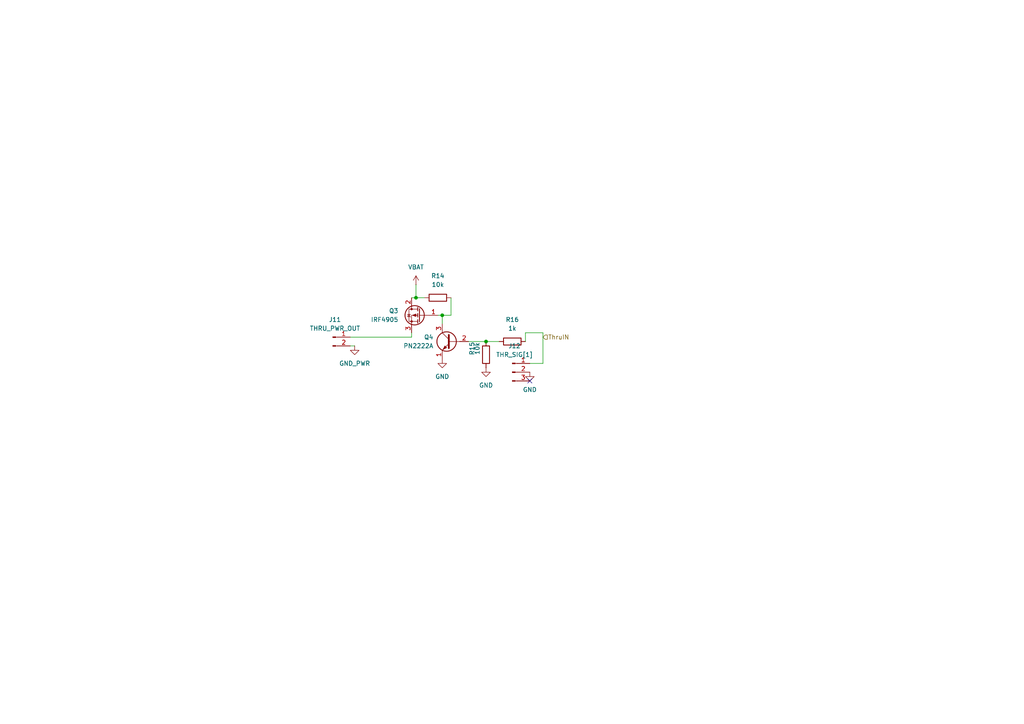
<source format=kicad_sch>
(kicad_sch (version 20250114) (generator "eeschema") (generator_version "9.0")
  (paper "A4")
  (lib_symbols
    (symbol "Connector:Conn_01x02_Pin" (pin_names (offset 1.016) (hide yes))
      (property "Reference" "J" (at 0 2.54 0))
      (property "Value" "Conn_01x02_Pin" (at 0 -5.08 0))
      (symbol "Conn_01x02_Pin_1_1"
        (rectangle (start 0.8636 0.127) (end 0 -0.127) (stroke (width 0.1524)) (fill (type outline)))
        (rectangle (start 0.8636 -2.413) (end 0 -2.667) (stroke (width 0.1524)) (fill (type outline)))
        (polyline (pts (xy 1.27 0) (xy 0.8636 0)) (stroke (width 0.1524)))
        (polyline (pts (xy 1.27 -2.54) (xy 0.8636 -2.54)) (stroke (width 0.1524)))
        (pin passive line (at 5.08 0 180) (length 3.81) (name "Pin_1") (number "1"))
        (pin passive line (at 5.08 -2.54 180) (length 3.81) (name "Pin_2") (number "2"))
      )
    )
    (symbol "Connector:Conn_01x03_Pin" (pin_names (offset 1.016) (hide yes))
      (property "Reference" "J" (at 0 5.08 0))
      (property "Value" "Conn_01x03_Pin" (at 0 -5.08 0))
      (symbol "Conn_01x03_Pin_1_1"
        (rectangle (start 0.8636 2.667) (end 0 2.413) (stroke (width 0.1524)) (fill (type outline)))
        (rectangle (start 0.8636 0.127) (end 0 -0.127) (stroke (width 0.1524)) (fill (type outline)))
        (rectangle (start 0.8636 -2.413) (end 0 -2.667) (stroke (width 0.1524)) (fill (type outline)))
        (polyline (pts (xy 1.27 2.54) (xy 0.8636 2.54)) (stroke (width 0.1524)))
        (polyline (pts (xy 1.27 0) (xy 0.8636 0)) (stroke (width 0.1524)))
        (polyline (pts (xy 1.27 -2.54) (xy 0.8636 -2.54)) (stroke (width 0.1524)))
        (pin passive line (at 5.08 2.54 180) (length 3.81) (name "Pin_1") (number "1"))
        (pin passive line (at 5.08 0 180) (length 3.81) (name "Pin_2") (number "2"))
        (pin passive line (at 5.08 -2.54 180) (length 3.81) (name "Pin_3") (number "3"))
      )
    )
    (symbol "Device:R" (pin_numbers (hide yes)) (pin_names (offset 0))
      (property "Reference" "R" (at 2.032 0 90))
      (property "Value" "R" (at 0 0 90))
      (symbol "R_0_1"
        (rectangle (start -1.016 -2.54) (end 1.016 2.54) (stroke (width 0.254)))
      )
      (symbol "R_1_1"
        (pin passive line (at 0 3.81 270) (length 1.27) (name "~") (number "1"))
        (pin passive line (at 0 -3.81 90) (length 1.27) (name "~") (number "2"))
      )
    )
    (symbol "Transistor_BJT:PN2222A" (pin_names (offset 0) (hide yes))
      (property "Reference" "Q" (at 5.08 1.905 0))
      (property "Value" "PN2222A" (at 5.08 0 0))
      (symbol "PN2222A_0_1"
        (polyline (pts (xy -2.54 0) (xy 0.635 0)))
        (polyline (pts (xy 0.635 1.905) (xy 0.635 -1.905)) (stroke (width 0.508)))
        (circle (center 1.27 0) (radius 2.8194) (stroke (width 0.254)))
      )
      (symbol "PN2222A_1_1"
        (polyline (pts (xy 0.635 0.635) (xy 2.54 2.54)))
        (polyline (pts (xy 0.635 -0.635) (xy 2.54 -2.54)))
        (polyline (pts (xy 1.27 -1.778) (xy 1.778 -1.27) (xy 2.286 -2.286) (xy 1.27 -1.778)) (fill (type outline)))
        (pin input line (at -5.08 0 0) (length 2.54) (name "B") (number "2"))
        (pin passive line (at 2.54 5.08 270) (length 2.54) (name "C") (number "3"))
        (pin passive line (at 2.54 -5.08 90) (length 2.54) (name "E") (number "1"))
      )
    )
    (symbol "Transistor_FET:IRF4905" (pin_names (hide yes))
      (property "Reference" "Q" (at 5.08 1.905 0))
      (property "Value" "IRF4905" (at 5.08 0 0))
      (symbol "IRF4905_0_1"
        (polyline (pts (xy 0.254 1.905) (xy 0.254 -1.905)) (stroke (width 0.254)))
        (polyline (pts (xy 0.254 0) (xy -2.54 0)))
        (polyline (pts (xy 0.762 2.286) (xy 0.762 1.27)) (stroke (width 0.254)))
        (polyline (pts (xy 0.762 1.778) (xy 3.302 1.778) (xy 3.302 -1.778) (xy 0.762 -1.778)))
        (polyline (pts (xy 0.762 0.508) (xy 0.762 -0.508)) (stroke (width 0.254)))
        (polyline (pts (xy 0.762 -1.27) (xy 0.762 -2.286)) (stroke (width 0.254)))
        (circle (center 1.651 0) (radius 2.794) (stroke (width 0.254)))
        (polyline (pts (xy 2.286 0) (xy 1.27 0.381) (xy 1.27 -0.381) (xy 2.286 0)) (fill (type outline)))
        (polyline (pts (xy 2.54 2.54) (xy 2.54 1.778)))
        (circle (center 2.54 1.778) (radius 0.254) (fill (type outline)))
        (circle (center 2.54 -1.778) (radius 0.254) (fill (type outline)))
        (polyline (pts (xy 2.54 -2.54) (xy 2.54 0) (xy 0.762 0)))
        (polyline (pts (xy 2.794 -0.508) (xy 2.921 -0.381) (xy 3.683 -0.381) (xy 3.81 -0.254)))
        (polyline (pts (xy 3.302 -0.381) (xy 2.921 0.254) (xy 3.683 0.254) (xy 3.302 -0.381)))
      )
      (symbol "IRF4905_1_1"
        (pin input line (at -5.08 0 0) (length 2.54) (name "G") (number "1"))
        (pin passive line (at 2.54 5.08 270) (length 2.54) (name "D") (number "2"))
        (pin passive line (at 2.54 -5.08 90) (length 2.54) (name "S") (number "3"))
      )
    )
    (symbol "power:+3.3V" (power) (pin_numbers (hide yes)) (pin_names (offset 0) (hide yes))
      (property "Value" "+3.3V" (at 0 3.556 0))
      (symbol "+3.3V_0_1"
        (polyline (pts (xy -0.762 1.27) (xy 0 2.54)))
        (polyline (pts (xy 0 2.54) (xy 0.762 1.27)))
        (polyline (pts (xy 0 0) (xy 0 2.54)))
      )
      (symbol "+3.3V_1_1"
        (pin power_in line (at 0 0 90) (length 0) (name "~") (number "1"))
      )
    )
    (symbol "power:GND" (power) (pin_numbers (hide yes)) (pin_names (offset 0) (hide yes))
      (property "Value" "GND" (at 0 -3.81 0))
      (symbol "GND_0_1"
        (polyline (pts (xy 0 0) (xy 0 -1.27) (xy 1.27 -1.27) (xy 0 -2.54) (xy -1.27 -1.27) (xy 0 -1.27)))
      )
      (symbol "GND_1_1"
        (pin power_in line (at 0 0 270) (length 0) (name "~") (number "1"))
      )
    )
  )
  (junction (at 120.65 86.36))
  (junction (at 128.27 91.44))
  (junction (at 140.97 99.06))
  (no_connect (at 153.67 110.49))
  (wire (pts (xy 120.65 86.36) (xy 123.19 86.36)))
  (wire (pts (xy 128.27 93.98) (xy 128.27 91.44)))
  (wire (pts (xy 157.48 105.41) (xy 157.48 96.52)))
  (wire (pts (xy 157.48 96.52) (xy 152.4 96.52)))
  (wire (pts (xy 101.6 100.33) (xy 102.87 100.33)))
  (wire (pts (xy 128.27 91.44) (xy 127 91.44)))
  (wire (pts (xy 119.38 97.79) (xy 119.38 96.52)))
  (wire (pts (xy 135.89 99.06) (xy 140.97 99.06)))
  (wire (pts (xy 130.81 91.44) (xy 128.27 91.44)))
  (wire (pts (xy 101.6 97.79) (xy 119.38 97.79)))
  (wire (pts (xy 130.81 86.36) (xy 130.81 91.44)))
  (wire (pts (xy 119.38 86.36) (xy 120.65 86.36)))
  (wire (pts (xy 120.65 82.55) (xy 120.65 86.36)))
  (wire (pts (xy 153.67 105.41) (xy 157.48 105.41)))
  (wire (pts (xy 152.4 96.52) (xy 152.4 99.06)))
  (wire (pts (xy 140.97 99.06) (xy 144.78 99.06)))
  (hierarchical_label "ThruIN" (shape input) (at 157.48 97.79 0))
  (symbol (lib_id "Connector:Conn_01x03_Pin") (at 148.59 107.95 0) (unit 1)
    (property "Reference" "J12" (at 149.225 100.33 0))
    (property "Value" "THR_SIG[1]" (at 149.225 102.87 0))
    (property "Description" "Generic connector, single row, 01x03, script generated" (effects (hide yes)))
    (instances (project "esp32-controller_For-Tiburon" (path "" (reference "J12") (unit 1)) (path "" (reference "J20") (unit 1)) (path "" (reference "J24") (unit 1)) (path "" (reference "J16") (unit 1)) (path "" (reference "J26") (unit 1)) (path "" (reference "J22") (unit 1)) (path "" (reference "J14") (unit 1)) (path "" (reference "J18") (unit 1))))
  )
  (symbol (lib_id "power:+3.3V") (at 120.65 82.55 0) (unit 1)
    (property "Reference" "#PWR035" (effects (hide yes)))
    (property "Value" "VBAT" (at 120.65 77.47 0))
    (property "Description" "Power symbol creates a global label with name \"+3.3V\"" (effects (hide yes)))
    (instances (project "esp32-controller_For-Tiburon" (path "" (reference "#PWR035") (unit 1)) (path "" (reference "#PWR055") (unit 1)) (path "" (reference "#PWR065") (unit 1)) (path "" (reference "#PWR045") (unit 1)) (path "" (reference "#PWR070") (unit 1)) (path "" (reference "#PWR060") (unit 1)) (path "" (reference "#PWR040") (unit 1)) (path "" (reference "#PWR050") (unit 1))))
  )
  (symbol (lib_id "power:GND") (at 140.97 106.68 0) (unit 1)
    (property "Reference" "#PWR037" (effects (hide yes)))
    (property "Value" "GND" (at 140.97 111.76 0))
    (property "Description" "Power symbol creates a global label with name \"GND\" , ground" (effects (hide yes)))
    (instances (project "esp32-controller_For-Tiburon" (path "" (reference "#PWR037") (unit 1)) (path "" (reference "#PWR057") (unit 1)) (path "" (reference "#PWR067") (unit 1)) (path "" (reference "#PWR047") (unit 1)) (path "" (reference "#PWR072") (unit 1)) (path "" (reference "#PWR062") (unit 1)) (path "" (reference "#PWR042") (unit 1)) (path "" (reference "#PWR052") (unit 1))))
  )
  (symbol (lib_id "Connector:Conn_01x02_Pin") (at 96.52 97.79 0) (unit 1)
    (property "Reference" "J11" (at 97.155 92.71 0))
    (property "Value" "THRU_PWR_OUT" (at 97.155 95.25 0))
    (property "Description" "Generic connector, single row, 01x02, script generated" (effects (hide yes)))
    (instances (project "esp32-controller_For-Tiburon" (path "" (reference "J11") (unit 1)) (path "" (reference "J19") (unit 1)) (path "" (reference "J23") (unit 1)) (path "" (reference "J15") (unit 1)) (path "" (reference "J25") (unit 1)) (path "" (reference "J21") (unit 1)) (path "" (reference "J13") (unit 1)) (path "" (reference "J17") (unit 1))))
  )
  (symbol (lib_id "power:GND") (at 153.67 107.95 0) (unit 1)
    (property "Reference" "#PWR038" (effects (hide yes)))
    (property "Value" "GND" (at 153.67 113.03 0))
    (property "Description" "Power symbol creates a global label with name \"GND\" , ground" (effects (hide yes)))
    (instances (project "esp32-controller_For-Tiburon" (path "" (reference "#PWR038") (unit 1)) (path "" (reference "#PWR058") (unit 1)) (path "" (reference "#PWR068") (unit 1)) (path "" (reference "#PWR048") (unit 1)) (path "" (reference "#PWR073") (unit 1)) (path "" (reference "#PWR063") (unit 1)) (path "" (reference "#PWR043") (unit 1)) (path "" (reference "#PWR053") (unit 1))))
  )
  (symbol (lib_id "Transistor_BJT:PN2222A") (at 130.81 99.06 0) (mirror y) (unit 1)
    (property "Reference" "Q4" (at 125.73 97.7899 0) (effects (justify left)))
    (property "Value" "PN2222A" (at 125.73 100.3299 0) (effects (justify left)))
    (property "Footprint" "Package_TO_SOT_THT:TO-92_Inline" (effects (hide yes)))
    (property "Datasheet" "https://www.onsemi.com/pub/Collateral/PN2222-D.PDF" (effects (hide yes)))
    (property "Description" "1A Ic, 40V Vce, NPN Transistor, General Purpose Transistor, TO-92" (effects (hide yes)))
    (instances (project "esp32-controller_For-Tiburon" (path "" (reference "Q4") (unit 1)) (path "" (reference "Q12") (unit 1)) (path "" (reference "Q16") (unit 1)) (path "" (reference "Q8") (unit 1)) (path "" (reference "Q18") (unit 1)) (path "" (reference "Q14") (unit 1)) (path "" (reference "Q6") (unit 1)) (path "" (reference "Q10") (unit 1))))
  )
  (symbol (lib_id "power:GND") (at 128.27 104.14 0) (unit 1)
    (property "Reference" "#PWR036" (effects (hide yes)))
    (property "Value" "GND" (at 128.27 109.22 0))
    (property "Description" "Power symbol creates a global label with name \"GND\" , ground" (effects (hide yes)))
    (instances (project "esp32-controller_For-Tiburon" (path "" (reference "#PWR036") (unit 1)) (path "" (reference "#PWR056") (unit 1)) (path "" (reference "#PWR066") (unit 1)) (path "" (reference "#PWR046") (unit 1)) (path "" (reference "#PWR071") (unit 1)) (path "" (reference "#PWR061") (unit 1)) (path "" (reference "#PWR041") (unit 1)) (path "" (reference "#PWR051") (unit 1))))
  )
  (symbol (lib_id "power:GND") (at 102.87 100.33 0) (unit 1)
    (property "Reference" "#PWR034" (effects (hide yes)))
    (property "Value" "GND_PWR" (at 102.87 105.41 0))
    (property "Description" "Power symbol creates a global label with name \"GND\" , ground" (effects (hide yes)))
    (instances (project "esp32-controller_For-Tiburon" (path "" (reference "#PWR034") (unit 1)) (path "" (reference "#PWR054") (unit 1)) (path "" (reference "#PWR064") (unit 1)) (path "" (reference "#PWR044") (unit 1)) (path "" (reference "#PWR069") (unit 1)) (path "" (reference "#PWR059") (unit 1)) (path "" (reference "#PWR039") (unit 1)) (path "" (reference "#PWR049") (unit 1))))
  )
  (symbol (lib_id "Device:R") (at 127 86.36 90) (unit 1)
    (property "Reference" "R14" (at 127 80.01 90))
    (property "Value" "10k" (at 127 82.55 90))
    (property "Description" "Resistor" (effects (hide yes)))
    (instances (project "esp32-controller_For-Tiburon" (path "" (reference "R14") (unit 1)) (path "" (reference "R26") (unit 1)) (path "" (reference "R32") (unit 1)) (path "" (reference "R20") (unit 1)) (path "" (reference "R35") (unit 1)) (path "" (reference "R29") (unit 1)) (path "" (reference "R17") (unit 1)) (path "" (reference "R23") (unit 1))))
  )
  (symbol (lib_id "Device:R") (at 140.97 102.87 180) (unit 1)
    (property "Reference" "R15" (at 136.906 101.092 90))
    (property "Value" "10k" (at 138.43 101.092 90))
    (property "Description" "Resistor" (effects (hide yes)))
    (instances (project "esp32-controller_For-Tiburon" (path "" (reference "R15") (unit 1)) (path "" (reference "R27") (unit 1)) (path "" (reference "R33") (unit 1)) (path "" (reference "R21") (unit 1)) (path "" (reference "R36") (unit 1)) (path "" (reference "R30") (unit 1)) (path "" (reference "R18") (unit 1)) (path "" (reference "R24") (unit 1))))
  )
  (symbol (lib_id "Device:R") (at 148.59 99.06 90) (unit 1)
    (property "Reference" "R16" (at 148.59 92.71 90))
    (property "Value" "1k" (at 148.59 95.25 90))
    (property "Description" "Resistor" (effects (hide yes)))
    (instances (project "esp32-controller_For-Tiburon" (path "" (reference "R16") (unit 1)) (path "" (reference "R28") (unit 1)) (path "" (reference "R34") (unit 1)) (path "" (reference "R22") (unit 1)) (path "" (reference "R37") (unit 1)) (path "" (reference "R31") (unit 1)) (path "" (reference "R19") (unit 1)) (path "" (reference "R25") (unit 1))))
  )
  (symbol (lib_id "Transistor_FET:IRF4905") (at 121.92 91.44 0) (mirror y) (unit 1)
    (property "Reference" "Q3" (at 115.57 90.1699 0) (effects (justify left)))
    (property "Value" "IRF4905" (at 115.57 92.7099 0) (effects (justify left)))
    (property "Footprint" "Package_TO_SOT_THT:TO-220-3_Vertical" (effects (hide yes)))
    (property "Datasheet" "http://www.infineon.com/dgdl/irf4905.pdf?fileId=5546d462533600a4015355e32165197c" (effects (hide yes)))
    (property "Description" "-74A Id, -55V Vds, Single P-Channel HEXFET Power MOSFET, 20mOhm Ron, TO-220AB" (effects (hide yes)))
    (instances (project "esp32-controller_For-Tiburon" (path "" (reference "Q3") (unit 1)) (path "" (reference "Q11") (unit 1)) (path "" (reference "Q15") (unit 1)) (path "" (reference "Q7") (unit 1)) (path "" (reference "Q17") (unit 1)) (path "" (reference "Q13") (unit 1)) (path "" (reference "Q5") (unit 1)) (path "" (reference "Q9") (unit 1))))
  )
)
</source>
